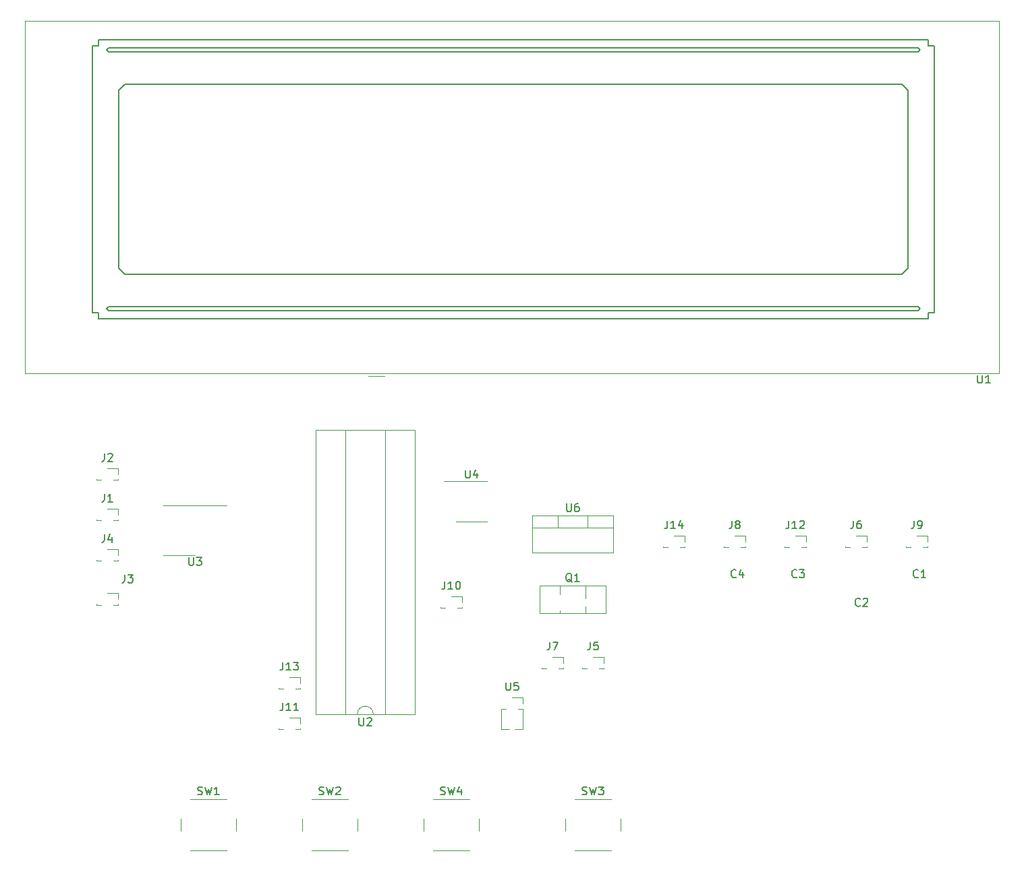
<source format=gbr>
%TF.GenerationSoftware,KiCad,Pcbnew,7.0.1*%
%TF.CreationDate,2023-06-23T23:38:44-03:00*%
%TF.ProjectId,EA075_Projeto_Final,45413037-355f-4507-926f-6a65746f5f46,rev?*%
%TF.SameCoordinates,Original*%
%TF.FileFunction,Legend,Top*%
%TF.FilePolarity,Positive*%
%FSLAX46Y46*%
G04 Gerber Fmt 4.6, Leading zero omitted, Abs format (unit mm)*
G04 Created by KiCad (PCBNEW 7.0.1) date 2023-06-23 23:38:44*
%MOMM*%
%LPD*%
G01*
G04 APERTURE LIST*
%ADD10C,0.150000*%
%ADD11C,0.120000*%
G04 APERTURE END LIST*
D10*
%TO.C,Q1*%
X198024761Y-91417857D02*
X197929523Y-91370238D01*
X197929523Y-91370238D02*
X197834285Y-91275000D01*
X197834285Y-91275000D02*
X197691428Y-91132142D01*
X197691428Y-91132142D02*
X197596190Y-91084523D01*
X197596190Y-91084523D02*
X197500952Y-91084523D01*
X197548571Y-91322619D02*
X197453333Y-91275000D01*
X197453333Y-91275000D02*
X197358095Y-91179761D01*
X197358095Y-91179761D02*
X197310476Y-90989285D01*
X197310476Y-90989285D02*
X197310476Y-90655952D01*
X197310476Y-90655952D02*
X197358095Y-90465476D01*
X197358095Y-90465476D02*
X197453333Y-90370238D01*
X197453333Y-90370238D02*
X197548571Y-90322619D01*
X197548571Y-90322619D02*
X197739047Y-90322619D01*
X197739047Y-90322619D02*
X197834285Y-90370238D01*
X197834285Y-90370238D02*
X197929523Y-90465476D01*
X197929523Y-90465476D02*
X197977142Y-90655952D01*
X197977142Y-90655952D02*
X197977142Y-90989285D01*
X197977142Y-90989285D02*
X197929523Y-91179761D01*
X197929523Y-91179761D02*
X197834285Y-91275000D01*
X197834285Y-91275000D02*
X197739047Y-91322619D01*
X197739047Y-91322619D02*
X197548571Y-91322619D01*
X198929523Y-91322619D02*
X198358095Y-91322619D01*
X198643809Y-91322619D02*
X198643809Y-90322619D01*
X198643809Y-90322619D02*
X198548571Y-90465476D01*
X198548571Y-90465476D02*
X198453333Y-90560714D01*
X198453333Y-90560714D02*
X198358095Y-90608333D01*
%TO.C,J1*%
X139366666Y-80317619D02*
X139366666Y-81031904D01*
X139366666Y-81031904D02*
X139319047Y-81174761D01*
X139319047Y-81174761D02*
X139223809Y-81270000D01*
X139223809Y-81270000D02*
X139080952Y-81317619D01*
X139080952Y-81317619D02*
X138985714Y-81317619D01*
X140366666Y-81317619D02*
X139795238Y-81317619D01*
X140080952Y-81317619D02*
X140080952Y-80317619D01*
X140080952Y-80317619D02*
X139985714Y-80460476D01*
X139985714Y-80460476D02*
X139890476Y-80555714D01*
X139890476Y-80555714D02*
X139795238Y-80603333D01*
%TO.C,SW1*%
X151066667Y-118085000D02*
X151209524Y-118132619D01*
X151209524Y-118132619D02*
X151447619Y-118132619D01*
X151447619Y-118132619D02*
X151542857Y-118085000D01*
X151542857Y-118085000D02*
X151590476Y-118037380D01*
X151590476Y-118037380D02*
X151638095Y-117942142D01*
X151638095Y-117942142D02*
X151638095Y-117846904D01*
X151638095Y-117846904D02*
X151590476Y-117751666D01*
X151590476Y-117751666D02*
X151542857Y-117704047D01*
X151542857Y-117704047D02*
X151447619Y-117656428D01*
X151447619Y-117656428D02*
X151257143Y-117608809D01*
X151257143Y-117608809D02*
X151161905Y-117561190D01*
X151161905Y-117561190D02*
X151114286Y-117513571D01*
X151114286Y-117513571D02*
X151066667Y-117418333D01*
X151066667Y-117418333D02*
X151066667Y-117323095D01*
X151066667Y-117323095D02*
X151114286Y-117227857D01*
X151114286Y-117227857D02*
X151161905Y-117180238D01*
X151161905Y-117180238D02*
X151257143Y-117132619D01*
X151257143Y-117132619D02*
X151495238Y-117132619D01*
X151495238Y-117132619D02*
X151638095Y-117180238D01*
X151971429Y-117132619D02*
X152209524Y-118132619D01*
X152209524Y-118132619D02*
X152400000Y-117418333D01*
X152400000Y-117418333D02*
X152590476Y-118132619D01*
X152590476Y-118132619D02*
X152828572Y-117132619D01*
X153733333Y-118132619D02*
X153161905Y-118132619D01*
X153447619Y-118132619D02*
X153447619Y-117132619D01*
X153447619Y-117132619D02*
X153352381Y-117275476D01*
X153352381Y-117275476D02*
X153257143Y-117370714D01*
X153257143Y-117370714D02*
X153161905Y-117418333D01*
%TO.C,SW4*%
X181546667Y-118085000D02*
X181689524Y-118132619D01*
X181689524Y-118132619D02*
X181927619Y-118132619D01*
X181927619Y-118132619D02*
X182022857Y-118085000D01*
X182022857Y-118085000D02*
X182070476Y-118037380D01*
X182070476Y-118037380D02*
X182118095Y-117942142D01*
X182118095Y-117942142D02*
X182118095Y-117846904D01*
X182118095Y-117846904D02*
X182070476Y-117751666D01*
X182070476Y-117751666D02*
X182022857Y-117704047D01*
X182022857Y-117704047D02*
X181927619Y-117656428D01*
X181927619Y-117656428D02*
X181737143Y-117608809D01*
X181737143Y-117608809D02*
X181641905Y-117561190D01*
X181641905Y-117561190D02*
X181594286Y-117513571D01*
X181594286Y-117513571D02*
X181546667Y-117418333D01*
X181546667Y-117418333D02*
X181546667Y-117323095D01*
X181546667Y-117323095D02*
X181594286Y-117227857D01*
X181594286Y-117227857D02*
X181641905Y-117180238D01*
X181641905Y-117180238D02*
X181737143Y-117132619D01*
X181737143Y-117132619D02*
X181975238Y-117132619D01*
X181975238Y-117132619D02*
X182118095Y-117180238D01*
X182451429Y-117132619D02*
X182689524Y-118132619D01*
X182689524Y-118132619D02*
X182880000Y-117418333D01*
X182880000Y-117418333D02*
X183070476Y-118132619D01*
X183070476Y-118132619D02*
X183308572Y-117132619D01*
X184118095Y-117465952D02*
X184118095Y-118132619D01*
X183880000Y-117085000D02*
X183641905Y-117799285D01*
X183641905Y-117799285D02*
X184260952Y-117799285D01*
%TO.C,SW3*%
X199326667Y-118085000D02*
X199469524Y-118132619D01*
X199469524Y-118132619D02*
X199707619Y-118132619D01*
X199707619Y-118132619D02*
X199802857Y-118085000D01*
X199802857Y-118085000D02*
X199850476Y-118037380D01*
X199850476Y-118037380D02*
X199898095Y-117942142D01*
X199898095Y-117942142D02*
X199898095Y-117846904D01*
X199898095Y-117846904D02*
X199850476Y-117751666D01*
X199850476Y-117751666D02*
X199802857Y-117704047D01*
X199802857Y-117704047D02*
X199707619Y-117656428D01*
X199707619Y-117656428D02*
X199517143Y-117608809D01*
X199517143Y-117608809D02*
X199421905Y-117561190D01*
X199421905Y-117561190D02*
X199374286Y-117513571D01*
X199374286Y-117513571D02*
X199326667Y-117418333D01*
X199326667Y-117418333D02*
X199326667Y-117323095D01*
X199326667Y-117323095D02*
X199374286Y-117227857D01*
X199374286Y-117227857D02*
X199421905Y-117180238D01*
X199421905Y-117180238D02*
X199517143Y-117132619D01*
X199517143Y-117132619D02*
X199755238Y-117132619D01*
X199755238Y-117132619D02*
X199898095Y-117180238D01*
X200231429Y-117132619D02*
X200469524Y-118132619D01*
X200469524Y-118132619D02*
X200660000Y-117418333D01*
X200660000Y-117418333D02*
X200850476Y-118132619D01*
X200850476Y-118132619D02*
X201088572Y-117132619D01*
X201374286Y-117132619D02*
X201993333Y-117132619D01*
X201993333Y-117132619D02*
X201660000Y-117513571D01*
X201660000Y-117513571D02*
X201802857Y-117513571D01*
X201802857Y-117513571D02*
X201898095Y-117561190D01*
X201898095Y-117561190D02*
X201945714Y-117608809D01*
X201945714Y-117608809D02*
X201993333Y-117704047D01*
X201993333Y-117704047D02*
X201993333Y-117942142D01*
X201993333Y-117942142D02*
X201945714Y-118037380D01*
X201945714Y-118037380D02*
X201898095Y-118085000D01*
X201898095Y-118085000D02*
X201802857Y-118132619D01*
X201802857Y-118132619D02*
X201517143Y-118132619D01*
X201517143Y-118132619D02*
X201421905Y-118085000D01*
X201421905Y-118085000D02*
X201374286Y-118037380D01*
%TO.C,J3*%
X141906666Y-90477619D02*
X141906666Y-91191904D01*
X141906666Y-91191904D02*
X141859047Y-91334761D01*
X141859047Y-91334761D02*
X141763809Y-91430000D01*
X141763809Y-91430000D02*
X141620952Y-91477619D01*
X141620952Y-91477619D02*
X141525714Y-91477619D01*
X142287619Y-90477619D02*
X142906666Y-90477619D01*
X142906666Y-90477619D02*
X142573333Y-90858571D01*
X142573333Y-90858571D02*
X142716190Y-90858571D01*
X142716190Y-90858571D02*
X142811428Y-90906190D01*
X142811428Y-90906190D02*
X142859047Y-90953809D01*
X142859047Y-90953809D02*
X142906666Y-91049047D01*
X142906666Y-91049047D02*
X142906666Y-91287142D01*
X142906666Y-91287142D02*
X142859047Y-91382380D01*
X142859047Y-91382380D02*
X142811428Y-91430000D01*
X142811428Y-91430000D02*
X142716190Y-91477619D01*
X142716190Y-91477619D02*
X142430476Y-91477619D01*
X142430476Y-91477619D02*
X142335238Y-91430000D01*
X142335238Y-91430000D02*
X142287619Y-91382380D01*
%TO.C,C3*%
X226238333Y-90757380D02*
X226190714Y-90805000D01*
X226190714Y-90805000D02*
X226047857Y-90852619D01*
X226047857Y-90852619D02*
X225952619Y-90852619D01*
X225952619Y-90852619D02*
X225809762Y-90805000D01*
X225809762Y-90805000D02*
X225714524Y-90709761D01*
X225714524Y-90709761D02*
X225666905Y-90614523D01*
X225666905Y-90614523D02*
X225619286Y-90424047D01*
X225619286Y-90424047D02*
X225619286Y-90281190D01*
X225619286Y-90281190D02*
X225666905Y-90090714D01*
X225666905Y-90090714D02*
X225714524Y-89995476D01*
X225714524Y-89995476D02*
X225809762Y-89900238D01*
X225809762Y-89900238D02*
X225952619Y-89852619D01*
X225952619Y-89852619D02*
X226047857Y-89852619D01*
X226047857Y-89852619D02*
X226190714Y-89900238D01*
X226190714Y-89900238D02*
X226238333Y-89947857D01*
X226571667Y-89852619D02*
X227190714Y-89852619D01*
X227190714Y-89852619D02*
X226857381Y-90233571D01*
X226857381Y-90233571D02*
X227000238Y-90233571D01*
X227000238Y-90233571D02*
X227095476Y-90281190D01*
X227095476Y-90281190D02*
X227143095Y-90328809D01*
X227143095Y-90328809D02*
X227190714Y-90424047D01*
X227190714Y-90424047D02*
X227190714Y-90662142D01*
X227190714Y-90662142D02*
X227143095Y-90757380D01*
X227143095Y-90757380D02*
X227095476Y-90805000D01*
X227095476Y-90805000D02*
X227000238Y-90852619D01*
X227000238Y-90852619D02*
X226714524Y-90852619D01*
X226714524Y-90852619D02*
X226619286Y-90805000D01*
X226619286Y-90805000D02*
X226571667Y-90757380D01*
%TO.C,C2*%
X234203333Y-94347380D02*
X234155714Y-94395000D01*
X234155714Y-94395000D02*
X234012857Y-94442619D01*
X234012857Y-94442619D02*
X233917619Y-94442619D01*
X233917619Y-94442619D02*
X233774762Y-94395000D01*
X233774762Y-94395000D02*
X233679524Y-94299761D01*
X233679524Y-94299761D02*
X233631905Y-94204523D01*
X233631905Y-94204523D02*
X233584286Y-94014047D01*
X233584286Y-94014047D02*
X233584286Y-93871190D01*
X233584286Y-93871190D02*
X233631905Y-93680714D01*
X233631905Y-93680714D02*
X233679524Y-93585476D01*
X233679524Y-93585476D02*
X233774762Y-93490238D01*
X233774762Y-93490238D02*
X233917619Y-93442619D01*
X233917619Y-93442619D02*
X234012857Y-93442619D01*
X234012857Y-93442619D02*
X234155714Y-93490238D01*
X234155714Y-93490238D02*
X234203333Y-93537857D01*
X234584286Y-93537857D02*
X234631905Y-93490238D01*
X234631905Y-93490238D02*
X234727143Y-93442619D01*
X234727143Y-93442619D02*
X234965238Y-93442619D01*
X234965238Y-93442619D02*
X235060476Y-93490238D01*
X235060476Y-93490238D02*
X235108095Y-93537857D01*
X235108095Y-93537857D02*
X235155714Y-93633095D01*
X235155714Y-93633095D02*
X235155714Y-93728333D01*
X235155714Y-93728333D02*
X235108095Y-93871190D01*
X235108095Y-93871190D02*
X234536667Y-94442619D01*
X234536667Y-94442619D02*
X235155714Y-94442619D01*
%TO.C,J6*%
X233346666Y-83687619D02*
X233346666Y-84401904D01*
X233346666Y-84401904D02*
X233299047Y-84544761D01*
X233299047Y-84544761D02*
X233203809Y-84640000D01*
X233203809Y-84640000D02*
X233060952Y-84687619D01*
X233060952Y-84687619D02*
X232965714Y-84687619D01*
X234251428Y-83687619D02*
X234060952Y-83687619D01*
X234060952Y-83687619D02*
X233965714Y-83735238D01*
X233965714Y-83735238D02*
X233918095Y-83782857D01*
X233918095Y-83782857D02*
X233822857Y-83925714D01*
X233822857Y-83925714D02*
X233775238Y-84116190D01*
X233775238Y-84116190D02*
X233775238Y-84497142D01*
X233775238Y-84497142D02*
X233822857Y-84592380D01*
X233822857Y-84592380D02*
X233870476Y-84640000D01*
X233870476Y-84640000D02*
X233965714Y-84687619D01*
X233965714Y-84687619D02*
X234156190Y-84687619D01*
X234156190Y-84687619D02*
X234251428Y-84640000D01*
X234251428Y-84640000D02*
X234299047Y-84592380D01*
X234299047Y-84592380D02*
X234346666Y-84497142D01*
X234346666Y-84497142D02*
X234346666Y-84259047D01*
X234346666Y-84259047D02*
X234299047Y-84163809D01*
X234299047Y-84163809D02*
X234251428Y-84116190D01*
X234251428Y-84116190D02*
X234156190Y-84068571D01*
X234156190Y-84068571D02*
X233965714Y-84068571D01*
X233965714Y-84068571D02*
X233870476Y-84116190D01*
X233870476Y-84116190D02*
X233822857Y-84163809D01*
X233822857Y-84163809D02*
X233775238Y-84259047D01*
%TO.C,J2*%
X139366666Y-75237619D02*
X139366666Y-75951904D01*
X139366666Y-75951904D02*
X139319047Y-76094761D01*
X139319047Y-76094761D02*
X139223809Y-76190000D01*
X139223809Y-76190000D02*
X139080952Y-76237619D01*
X139080952Y-76237619D02*
X138985714Y-76237619D01*
X139795238Y-75332857D02*
X139842857Y-75285238D01*
X139842857Y-75285238D02*
X139938095Y-75237619D01*
X139938095Y-75237619D02*
X140176190Y-75237619D01*
X140176190Y-75237619D02*
X140271428Y-75285238D01*
X140271428Y-75285238D02*
X140319047Y-75332857D01*
X140319047Y-75332857D02*
X140366666Y-75428095D01*
X140366666Y-75428095D02*
X140366666Y-75523333D01*
X140366666Y-75523333D02*
X140319047Y-75666190D01*
X140319047Y-75666190D02*
X139747619Y-76237619D01*
X139747619Y-76237619D02*
X140366666Y-76237619D01*
%TO.C,J12*%
X225250476Y-83687619D02*
X225250476Y-84401904D01*
X225250476Y-84401904D02*
X225202857Y-84544761D01*
X225202857Y-84544761D02*
X225107619Y-84640000D01*
X225107619Y-84640000D02*
X224964762Y-84687619D01*
X224964762Y-84687619D02*
X224869524Y-84687619D01*
X226250476Y-84687619D02*
X225679048Y-84687619D01*
X225964762Y-84687619D02*
X225964762Y-83687619D01*
X225964762Y-83687619D02*
X225869524Y-83830476D01*
X225869524Y-83830476D02*
X225774286Y-83925714D01*
X225774286Y-83925714D02*
X225679048Y-83973333D01*
X226631429Y-83782857D02*
X226679048Y-83735238D01*
X226679048Y-83735238D02*
X226774286Y-83687619D01*
X226774286Y-83687619D02*
X227012381Y-83687619D01*
X227012381Y-83687619D02*
X227107619Y-83735238D01*
X227107619Y-83735238D02*
X227155238Y-83782857D01*
X227155238Y-83782857D02*
X227202857Y-83878095D01*
X227202857Y-83878095D02*
X227202857Y-83973333D01*
X227202857Y-83973333D02*
X227155238Y-84116190D01*
X227155238Y-84116190D02*
X226583810Y-84687619D01*
X226583810Y-84687619D02*
X227202857Y-84687619D01*
%TO.C,J8*%
X218106666Y-83687619D02*
X218106666Y-84401904D01*
X218106666Y-84401904D02*
X218059047Y-84544761D01*
X218059047Y-84544761D02*
X217963809Y-84640000D01*
X217963809Y-84640000D02*
X217820952Y-84687619D01*
X217820952Y-84687619D02*
X217725714Y-84687619D01*
X218725714Y-84116190D02*
X218630476Y-84068571D01*
X218630476Y-84068571D02*
X218582857Y-84020952D01*
X218582857Y-84020952D02*
X218535238Y-83925714D01*
X218535238Y-83925714D02*
X218535238Y-83878095D01*
X218535238Y-83878095D02*
X218582857Y-83782857D01*
X218582857Y-83782857D02*
X218630476Y-83735238D01*
X218630476Y-83735238D02*
X218725714Y-83687619D01*
X218725714Y-83687619D02*
X218916190Y-83687619D01*
X218916190Y-83687619D02*
X219011428Y-83735238D01*
X219011428Y-83735238D02*
X219059047Y-83782857D01*
X219059047Y-83782857D02*
X219106666Y-83878095D01*
X219106666Y-83878095D02*
X219106666Y-83925714D01*
X219106666Y-83925714D02*
X219059047Y-84020952D01*
X219059047Y-84020952D02*
X219011428Y-84068571D01*
X219011428Y-84068571D02*
X218916190Y-84116190D01*
X218916190Y-84116190D02*
X218725714Y-84116190D01*
X218725714Y-84116190D02*
X218630476Y-84163809D01*
X218630476Y-84163809D02*
X218582857Y-84211428D01*
X218582857Y-84211428D02*
X218535238Y-84306666D01*
X218535238Y-84306666D02*
X218535238Y-84497142D01*
X218535238Y-84497142D02*
X218582857Y-84592380D01*
X218582857Y-84592380D02*
X218630476Y-84640000D01*
X218630476Y-84640000D02*
X218725714Y-84687619D01*
X218725714Y-84687619D02*
X218916190Y-84687619D01*
X218916190Y-84687619D02*
X219011428Y-84640000D01*
X219011428Y-84640000D02*
X219059047Y-84592380D01*
X219059047Y-84592380D02*
X219106666Y-84497142D01*
X219106666Y-84497142D02*
X219106666Y-84306666D01*
X219106666Y-84306666D02*
X219059047Y-84211428D01*
X219059047Y-84211428D02*
X219011428Y-84163809D01*
X219011428Y-84163809D02*
X218916190Y-84116190D01*
%TO.C,J5*%
X200326666Y-98927619D02*
X200326666Y-99641904D01*
X200326666Y-99641904D02*
X200279047Y-99784761D01*
X200279047Y-99784761D02*
X200183809Y-99880000D01*
X200183809Y-99880000D02*
X200040952Y-99927619D01*
X200040952Y-99927619D02*
X199945714Y-99927619D01*
X201279047Y-98927619D02*
X200802857Y-98927619D01*
X200802857Y-98927619D02*
X200755238Y-99403809D01*
X200755238Y-99403809D02*
X200802857Y-99356190D01*
X200802857Y-99356190D02*
X200898095Y-99308571D01*
X200898095Y-99308571D02*
X201136190Y-99308571D01*
X201136190Y-99308571D02*
X201231428Y-99356190D01*
X201231428Y-99356190D02*
X201279047Y-99403809D01*
X201279047Y-99403809D02*
X201326666Y-99499047D01*
X201326666Y-99499047D02*
X201326666Y-99737142D01*
X201326666Y-99737142D02*
X201279047Y-99832380D01*
X201279047Y-99832380D02*
X201231428Y-99880000D01*
X201231428Y-99880000D02*
X201136190Y-99927619D01*
X201136190Y-99927619D02*
X200898095Y-99927619D01*
X200898095Y-99927619D02*
X200802857Y-99880000D01*
X200802857Y-99880000D02*
X200755238Y-99832380D01*
%TO.C,C1*%
X241478333Y-90757380D02*
X241430714Y-90805000D01*
X241430714Y-90805000D02*
X241287857Y-90852619D01*
X241287857Y-90852619D02*
X241192619Y-90852619D01*
X241192619Y-90852619D02*
X241049762Y-90805000D01*
X241049762Y-90805000D02*
X240954524Y-90709761D01*
X240954524Y-90709761D02*
X240906905Y-90614523D01*
X240906905Y-90614523D02*
X240859286Y-90424047D01*
X240859286Y-90424047D02*
X240859286Y-90281190D01*
X240859286Y-90281190D02*
X240906905Y-90090714D01*
X240906905Y-90090714D02*
X240954524Y-89995476D01*
X240954524Y-89995476D02*
X241049762Y-89900238D01*
X241049762Y-89900238D02*
X241192619Y-89852619D01*
X241192619Y-89852619D02*
X241287857Y-89852619D01*
X241287857Y-89852619D02*
X241430714Y-89900238D01*
X241430714Y-89900238D02*
X241478333Y-89947857D01*
X242430714Y-90852619D02*
X241859286Y-90852619D01*
X242145000Y-90852619D02*
X242145000Y-89852619D01*
X242145000Y-89852619D02*
X242049762Y-89995476D01*
X242049762Y-89995476D02*
X241954524Y-90090714D01*
X241954524Y-90090714D02*
X241859286Y-90138333D01*
%TO.C,J13*%
X161750476Y-101467619D02*
X161750476Y-102181904D01*
X161750476Y-102181904D02*
X161702857Y-102324761D01*
X161702857Y-102324761D02*
X161607619Y-102420000D01*
X161607619Y-102420000D02*
X161464762Y-102467619D01*
X161464762Y-102467619D02*
X161369524Y-102467619D01*
X162750476Y-102467619D02*
X162179048Y-102467619D01*
X162464762Y-102467619D02*
X162464762Y-101467619D01*
X162464762Y-101467619D02*
X162369524Y-101610476D01*
X162369524Y-101610476D02*
X162274286Y-101705714D01*
X162274286Y-101705714D02*
X162179048Y-101753333D01*
X163083810Y-101467619D02*
X163702857Y-101467619D01*
X163702857Y-101467619D02*
X163369524Y-101848571D01*
X163369524Y-101848571D02*
X163512381Y-101848571D01*
X163512381Y-101848571D02*
X163607619Y-101896190D01*
X163607619Y-101896190D02*
X163655238Y-101943809D01*
X163655238Y-101943809D02*
X163702857Y-102039047D01*
X163702857Y-102039047D02*
X163702857Y-102277142D01*
X163702857Y-102277142D02*
X163655238Y-102372380D01*
X163655238Y-102372380D02*
X163607619Y-102420000D01*
X163607619Y-102420000D02*
X163512381Y-102467619D01*
X163512381Y-102467619D02*
X163226667Y-102467619D01*
X163226667Y-102467619D02*
X163131429Y-102420000D01*
X163131429Y-102420000D02*
X163083810Y-102372380D01*
%TO.C,J4*%
X139366666Y-85397619D02*
X139366666Y-86111904D01*
X139366666Y-86111904D02*
X139319047Y-86254761D01*
X139319047Y-86254761D02*
X139223809Y-86350000D01*
X139223809Y-86350000D02*
X139080952Y-86397619D01*
X139080952Y-86397619D02*
X138985714Y-86397619D01*
X140271428Y-85730952D02*
X140271428Y-86397619D01*
X140033333Y-85350000D02*
X139795238Y-86064285D01*
X139795238Y-86064285D02*
X140414285Y-86064285D01*
%TO.C,SW2*%
X166306667Y-118085000D02*
X166449524Y-118132619D01*
X166449524Y-118132619D02*
X166687619Y-118132619D01*
X166687619Y-118132619D02*
X166782857Y-118085000D01*
X166782857Y-118085000D02*
X166830476Y-118037380D01*
X166830476Y-118037380D02*
X166878095Y-117942142D01*
X166878095Y-117942142D02*
X166878095Y-117846904D01*
X166878095Y-117846904D02*
X166830476Y-117751666D01*
X166830476Y-117751666D02*
X166782857Y-117704047D01*
X166782857Y-117704047D02*
X166687619Y-117656428D01*
X166687619Y-117656428D02*
X166497143Y-117608809D01*
X166497143Y-117608809D02*
X166401905Y-117561190D01*
X166401905Y-117561190D02*
X166354286Y-117513571D01*
X166354286Y-117513571D02*
X166306667Y-117418333D01*
X166306667Y-117418333D02*
X166306667Y-117323095D01*
X166306667Y-117323095D02*
X166354286Y-117227857D01*
X166354286Y-117227857D02*
X166401905Y-117180238D01*
X166401905Y-117180238D02*
X166497143Y-117132619D01*
X166497143Y-117132619D02*
X166735238Y-117132619D01*
X166735238Y-117132619D02*
X166878095Y-117180238D01*
X167211429Y-117132619D02*
X167449524Y-118132619D01*
X167449524Y-118132619D02*
X167640000Y-117418333D01*
X167640000Y-117418333D02*
X167830476Y-118132619D01*
X167830476Y-118132619D02*
X168068572Y-117132619D01*
X168401905Y-117227857D02*
X168449524Y-117180238D01*
X168449524Y-117180238D02*
X168544762Y-117132619D01*
X168544762Y-117132619D02*
X168782857Y-117132619D01*
X168782857Y-117132619D02*
X168878095Y-117180238D01*
X168878095Y-117180238D02*
X168925714Y-117227857D01*
X168925714Y-117227857D02*
X168973333Y-117323095D01*
X168973333Y-117323095D02*
X168973333Y-117418333D01*
X168973333Y-117418333D02*
X168925714Y-117561190D01*
X168925714Y-117561190D02*
X168354286Y-118132619D01*
X168354286Y-118132619D02*
X168973333Y-118132619D01*
%TO.C,J9*%
X240966666Y-83687619D02*
X240966666Y-84401904D01*
X240966666Y-84401904D02*
X240919047Y-84544761D01*
X240919047Y-84544761D02*
X240823809Y-84640000D01*
X240823809Y-84640000D02*
X240680952Y-84687619D01*
X240680952Y-84687619D02*
X240585714Y-84687619D01*
X241490476Y-84687619D02*
X241680952Y-84687619D01*
X241680952Y-84687619D02*
X241776190Y-84640000D01*
X241776190Y-84640000D02*
X241823809Y-84592380D01*
X241823809Y-84592380D02*
X241919047Y-84449523D01*
X241919047Y-84449523D02*
X241966666Y-84259047D01*
X241966666Y-84259047D02*
X241966666Y-83878095D01*
X241966666Y-83878095D02*
X241919047Y-83782857D01*
X241919047Y-83782857D02*
X241871428Y-83735238D01*
X241871428Y-83735238D02*
X241776190Y-83687619D01*
X241776190Y-83687619D02*
X241585714Y-83687619D01*
X241585714Y-83687619D02*
X241490476Y-83735238D01*
X241490476Y-83735238D02*
X241442857Y-83782857D01*
X241442857Y-83782857D02*
X241395238Y-83878095D01*
X241395238Y-83878095D02*
X241395238Y-84116190D01*
X241395238Y-84116190D02*
X241442857Y-84211428D01*
X241442857Y-84211428D02*
X241490476Y-84259047D01*
X241490476Y-84259047D02*
X241585714Y-84306666D01*
X241585714Y-84306666D02*
X241776190Y-84306666D01*
X241776190Y-84306666D02*
X241871428Y-84259047D01*
X241871428Y-84259047D02*
X241919047Y-84211428D01*
X241919047Y-84211428D02*
X241966666Y-84116190D01*
%TO.C,J14*%
X210010476Y-83687619D02*
X210010476Y-84401904D01*
X210010476Y-84401904D02*
X209962857Y-84544761D01*
X209962857Y-84544761D02*
X209867619Y-84640000D01*
X209867619Y-84640000D02*
X209724762Y-84687619D01*
X209724762Y-84687619D02*
X209629524Y-84687619D01*
X211010476Y-84687619D02*
X210439048Y-84687619D01*
X210724762Y-84687619D02*
X210724762Y-83687619D01*
X210724762Y-83687619D02*
X210629524Y-83830476D01*
X210629524Y-83830476D02*
X210534286Y-83925714D01*
X210534286Y-83925714D02*
X210439048Y-83973333D01*
X211867619Y-84020952D02*
X211867619Y-84687619D01*
X211629524Y-83640000D02*
X211391429Y-84354285D01*
X211391429Y-84354285D02*
X212010476Y-84354285D01*
%TO.C,J7*%
X195246666Y-98927619D02*
X195246666Y-99641904D01*
X195246666Y-99641904D02*
X195199047Y-99784761D01*
X195199047Y-99784761D02*
X195103809Y-99880000D01*
X195103809Y-99880000D02*
X194960952Y-99927619D01*
X194960952Y-99927619D02*
X194865714Y-99927619D01*
X195627619Y-98927619D02*
X196294285Y-98927619D01*
X196294285Y-98927619D02*
X195865714Y-99927619D01*
%TO.C,U5*%
X189738095Y-104007619D02*
X189738095Y-104817142D01*
X189738095Y-104817142D02*
X189785714Y-104912380D01*
X189785714Y-104912380D02*
X189833333Y-104960000D01*
X189833333Y-104960000D02*
X189928571Y-105007619D01*
X189928571Y-105007619D02*
X190119047Y-105007619D01*
X190119047Y-105007619D02*
X190214285Y-104960000D01*
X190214285Y-104960000D02*
X190261904Y-104912380D01*
X190261904Y-104912380D02*
X190309523Y-104817142D01*
X190309523Y-104817142D02*
X190309523Y-104007619D01*
X191261904Y-104007619D02*
X190785714Y-104007619D01*
X190785714Y-104007619D02*
X190738095Y-104483809D01*
X190738095Y-104483809D02*
X190785714Y-104436190D01*
X190785714Y-104436190D02*
X190880952Y-104388571D01*
X190880952Y-104388571D02*
X191119047Y-104388571D01*
X191119047Y-104388571D02*
X191214285Y-104436190D01*
X191214285Y-104436190D02*
X191261904Y-104483809D01*
X191261904Y-104483809D02*
X191309523Y-104579047D01*
X191309523Y-104579047D02*
X191309523Y-104817142D01*
X191309523Y-104817142D02*
X191261904Y-104912380D01*
X191261904Y-104912380D02*
X191214285Y-104960000D01*
X191214285Y-104960000D02*
X191119047Y-105007619D01*
X191119047Y-105007619D02*
X190880952Y-105007619D01*
X190880952Y-105007619D02*
X190785714Y-104960000D01*
X190785714Y-104960000D02*
X190738095Y-104912380D01*
%TO.C,J10*%
X182070476Y-91307619D02*
X182070476Y-92021904D01*
X182070476Y-92021904D02*
X182022857Y-92164761D01*
X182022857Y-92164761D02*
X181927619Y-92260000D01*
X181927619Y-92260000D02*
X181784762Y-92307619D01*
X181784762Y-92307619D02*
X181689524Y-92307619D01*
X183070476Y-92307619D02*
X182499048Y-92307619D01*
X182784762Y-92307619D02*
X182784762Y-91307619D01*
X182784762Y-91307619D02*
X182689524Y-91450476D01*
X182689524Y-91450476D02*
X182594286Y-91545714D01*
X182594286Y-91545714D02*
X182499048Y-91593333D01*
X183689524Y-91307619D02*
X183784762Y-91307619D01*
X183784762Y-91307619D02*
X183880000Y-91355238D01*
X183880000Y-91355238D02*
X183927619Y-91402857D01*
X183927619Y-91402857D02*
X183975238Y-91498095D01*
X183975238Y-91498095D02*
X184022857Y-91688571D01*
X184022857Y-91688571D02*
X184022857Y-91926666D01*
X184022857Y-91926666D02*
X183975238Y-92117142D01*
X183975238Y-92117142D02*
X183927619Y-92212380D01*
X183927619Y-92212380D02*
X183880000Y-92260000D01*
X183880000Y-92260000D02*
X183784762Y-92307619D01*
X183784762Y-92307619D02*
X183689524Y-92307619D01*
X183689524Y-92307619D02*
X183594286Y-92260000D01*
X183594286Y-92260000D02*
X183546667Y-92212380D01*
X183546667Y-92212380D02*
X183499048Y-92117142D01*
X183499048Y-92117142D02*
X183451429Y-91926666D01*
X183451429Y-91926666D02*
X183451429Y-91688571D01*
X183451429Y-91688571D02*
X183499048Y-91498095D01*
X183499048Y-91498095D02*
X183546667Y-91402857D01*
X183546667Y-91402857D02*
X183594286Y-91355238D01*
X183594286Y-91355238D02*
X183689524Y-91307619D01*
%TO.C,U6*%
X197358095Y-81552619D02*
X197358095Y-82362142D01*
X197358095Y-82362142D02*
X197405714Y-82457380D01*
X197405714Y-82457380D02*
X197453333Y-82505000D01*
X197453333Y-82505000D02*
X197548571Y-82552619D01*
X197548571Y-82552619D02*
X197739047Y-82552619D01*
X197739047Y-82552619D02*
X197834285Y-82505000D01*
X197834285Y-82505000D02*
X197881904Y-82457380D01*
X197881904Y-82457380D02*
X197929523Y-82362142D01*
X197929523Y-82362142D02*
X197929523Y-81552619D01*
X198834285Y-81552619D02*
X198643809Y-81552619D01*
X198643809Y-81552619D02*
X198548571Y-81600238D01*
X198548571Y-81600238D02*
X198500952Y-81647857D01*
X198500952Y-81647857D02*
X198405714Y-81790714D01*
X198405714Y-81790714D02*
X198358095Y-81981190D01*
X198358095Y-81981190D02*
X198358095Y-82362142D01*
X198358095Y-82362142D02*
X198405714Y-82457380D01*
X198405714Y-82457380D02*
X198453333Y-82505000D01*
X198453333Y-82505000D02*
X198548571Y-82552619D01*
X198548571Y-82552619D02*
X198739047Y-82552619D01*
X198739047Y-82552619D02*
X198834285Y-82505000D01*
X198834285Y-82505000D02*
X198881904Y-82457380D01*
X198881904Y-82457380D02*
X198929523Y-82362142D01*
X198929523Y-82362142D02*
X198929523Y-82124047D01*
X198929523Y-82124047D02*
X198881904Y-82028809D01*
X198881904Y-82028809D02*
X198834285Y-81981190D01*
X198834285Y-81981190D02*
X198739047Y-81933571D01*
X198739047Y-81933571D02*
X198548571Y-81933571D01*
X198548571Y-81933571D02*
X198453333Y-81981190D01*
X198453333Y-81981190D02*
X198405714Y-82028809D01*
X198405714Y-82028809D02*
X198358095Y-82124047D01*
%TO.C,U4*%
X184658095Y-77342619D02*
X184658095Y-78152142D01*
X184658095Y-78152142D02*
X184705714Y-78247380D01*
X184705714Y-78247380D02*
X184753333Y-78295000D01*
X184753333Y-78295000D02*
X184848571Y-78342619D01*
X184848571Y-78342619D02*
X185039047Y-78342619D01*
X185039047Y-78342619D02*
X185134285Y-78295000D01*
X185134285Y-78295000D02*
X185181904Y-78247380D01*
X185181904Y-78247380D02*
X185229523Y-78152142D01*
X185229523Y-78152142D02*
X185229523Y-77342619D01*
X186134285Y-77675952D02*
X186134285Y-78342619D01*
X185896190Y-77295000D02*
X185658095Y-78009285D01*
X185658095Y-78009285D02*
X186277142Y-78009285D01*
%TO.C,U2*%
X171323095Y-108472619D02*
X171323095Y-109282142D01*
X171323095Y-109282142D02*
X171370714Y-109377380D01*
X171370714Y-109377380D02*
X171418333Y-109425000D01*
X171418333Y-109425000D02*
X171513571Y-109472619D01*
X171513571Y-109472619D02*
X171704047Y-109472619D01*
X171704047Y-109472619D02*
X171799285Y-109425000D01*
X171799285Y-109425000D02*
X171846904Y-109377380D01*
X171846904Y-109377380D02*
X171894523Y-109282142D01*
X171894523Y-109282142D02*
X171894523Y-108472619D01*
X172323095Y-108567857D02*
X172370714Y-108520238D01*
X172370714Y-108520238D02*
X172465952Y-108472619D01*
X172465952Y-108472619D02*
X172704047Y-108472619D01*
X172704047Y-108472619D02*
X172799285Y-108520238D01*
X172799285Y-108520238D02*
X172846904Y-108567857D01*
X172846904Y-108567857D02*
X172894523Y-108663095D01*
X172894523Y-108663095D02*
X172894523Y-108758333D01*
X172894523Y-108758333D02*
X172846904Y-108901190D01*
X172846904Y-108901190D02*
X172275476Y-109472619D01*
X172275476Y-109472619D02*
X172894523Y-109472619D01*
%TO.C,J11*%
X161750476Y-106547619D02*
X161750476Y-107261904D01*
X161750476Y-107261904D02*
X161702857Y-107404761D01*
X161702857Y-107404761D02*
X161607619Y-107500000D01*
X161607619Y-107500000D02*
X161464762Y-107547619D01*
X161464762Y-107547619D02*
X161369524Y-107547619D01*
X162750476Y-107547619D02*
X162179048Y-107547619D01*
X162464762Y-107547619D02*
X162464762Y-106547619D01*
X162464762Y-106547619D02*
X162369524Y-106690476D01*
X162369524Y-106690476D02*
X162274286Y-106785714D01*
X162274286Y-106785714D02*
X162179048Y-106833333D01*
X163702857Y-107547619D02*
X163131429Y-107547619D01*
X163417143Y-107547619D02*
X163417143Y-106547619D01*
X163417143Y-106547619D02*
X163321905Y-106690476D01*
X163321905Y-106690476D02*
X163226667Y-106785714D01*
X163226667Y-106785714D02*
X163131429Y-106833333D01*
%TO.C,U3*%
X149948095Y-88307619D02*
X149948095Y-89117142D01*
X149948095Y-89117142D02*
X149995714Y-89212380D01*
X149995714Y-89212380D02*
X150043333Y-89260000D01*
X150043333Y-89260000D02*
X150138571Y-89307619D01*
X150138571Y-89307619D02*
X150329047Y-89307619D01*
X150329047Y-89307619D02*
X150424285Y-89260000D01*
X150424285Y-89260000D02*
X150471904Y-89212380D01*
X150471904Y-89212380D02*
X150519523Y-89117142D01*
X150519523Y-89117142D02*
X150519523Y-88307619D01*
X150900476Y-88307619D02*
X151519523Y-88307619D01*
X151519523Y-88307619D02*
X151186190Y-88688571D01*
X151186190Y-88688571D02*
X151329047Y-88688571D01*
X151329047Y-88688571D02*
X151424285Y-88736190D01*
X151424285Y-88736190D02*
X151471904Y-88783809D01*
X151471904Y-88783809D02*
X151519523Y-88879047D01*
X151519523Y-88879047D02*
X151519523Y-89117142D01*
X151519523Y-89117142D02*
X151471904Y-89212380D01*
X151471904Y-89212380D02*
X151424285Y-89260000D01*
X151424285Y-89260000D02*
X151329047Y-89307619D01*
X151329047Y-89307619D02*
X151043333Y-89307619D01*
X151043333Y-89307619D02*
X150948095Y-89260000D01*
X150948095Y-89260000D02*
X150900476Y-89212380D01*
%TO.C,C4*%
X218618333Y-90757380D02*
X218570714Y-90805000D01*
X218570714Y-90805000D02*
X218427857Y-90852619D01*
X218427857Y-90852619D02*
X218332619Y-90852619D01*
X218332619Y-90852619D02*
X218189762Y-90805000D01*
X218189762Y-90805000D02*
X218094524Y-90709761D01*
X218094524Y-90709761D02*
X218046905Y-90614523D01*
X218046905Y-90614523D02*
X217999286Y-90424047D01*
X217999286Y-90424047D02*
X217999286Y-90281190D01*
X217999286Y-90281190D02*
X218046905Y-90090714D01*
X218046905Y-90090714D02*
X218094524Y-89995476D01*
X218094524Y-89995476D02*
X218189762Y-89900238D01*
X218189762Y-89900238D02*
X218332619Y-89852619D01*
X218332619Y-89852619D02*
X218427857Y-89852619D01*
X218427857Y-89852619D02*
X218570714Y-89900238D01*
X218570714Y-89900238D02*
X218618333Y-89947857D01*
X219475476Y-90185952D02*
X219475476Y-90852619D01*
X219237381Y-89805000D02*
X218999286Y-90519285D01*
X218999286Y-90519285D02*
X219618333Y-90519285D01*
%TO.C,U1*%
X248948095Y-65410119D02*
X248948095Y-66219642D01*
X248948095Y-66219642D02*
X248995714Y-66314880D01*
X248995714Y-66314880D02*
X249043333Y-66362500D01*
X249043333Y-66362500D02*
X249138571Y-66410119D01*
X249138571Y-66410119D02*
X249329047Y-66410119D01*
X249329047Y-66410119D02*
X249424285Y-66362500D01*
X249424285Y-66362500D02*
X249471904Y-66314880D01*
X249471904Y-66314880D02*
X249519523Y-66219642D01*
X249519523Y-66219642D02*
X249519523Y-65410119D01*
X250519523Y-66410119D02*
X249948095Y-66410119D01*
X250233809Y-66410119D02*
X250233809Y-65410119D01*
X250233809Y-65410119D02*
X250138571Y-65552976D01*
X250138571Y-65552976D02*
X250043333Y-65648214D01*
X250043333Y-65648214D02*
X249948095Y-65695833D01*
D11*
%TO.C,Q1*%
X194000000Y-91860000D02*
X194000000Y-95350000D01*
X194000000Y-91860000D02*
X202240000Y-91860000D01*
X194000000Y-95350000D02*
X202240000Y-95350000D01*
X196520000Y-91860000D02*
X196520000Y-92930000D01*
X196520000Y-95030000D02*
X196520000Y-95350000D01*
X199721000Y-91860000D02*
X199721000Y-93440000D01*
X199721000Y-94520000D02*
X199721000Y-95350000D01*
X202240000Y-91860000D02*
X202240000Y-95350000D01*
%TO.C,J1*%
X138370000Y-83565000D02*
X138370000Y-83685000D01*
X138370000Y-83685000D02*
X138940000Y-83685000D01*
X139700000Y-82230000D02*
X141030000Y-82230000D01*
X140460000Y-83685000D02*
X141030000Y-83685000D01*
X141030000Y-82230000D02*
X141030000Y-82990000D01*
X141030000Y-83565000D02*
X141030000Y-83685000D01*
%TO.C,SW1*%
X148900000Y-121170000D02*
X148900000Y-122670000D01*
X150150000Y-125170000D02*
X154650000Y-125170000D01*
X154650000Y-118670000D02*
X150150000Y-118670000D01*
X155900000Y-122670000D02*
X155900000Y-121170000D01*
%TO.C,SW4*%
X179380000Y-121170000D02*
X179380000Y-122670000D01*
X180630000Y-125170000D02*
X185130000Y-125170000D01*
X185130000Y-118670000D02*
X180630000Y-118670000D01*
X186380000Y-122670000D02*
X186380000Y-121170000D01*
%TO.C,SW3*%
X197160000Y-121170000D02*
X197160000Y-122670000D01*
X198410000Y-125170000D02*
X202910000Y-125170000D01*
X202910000Y-118670000D02*
X198410000Y-118670000D01*
X204160000Y-122670000D02*
X204160000Y-121170000D01*
%TO.C,J3*%
X138370000Y-94165000D02*
X138370000Y-94285000D01*
X138370000Y-94285000D02*
X138940000Y-94285000D01*
X139700000Y-92830000D02*
X141030000Y-92830000D01*
X140460000Y-94285000D02*
X141030000Y-94285000D01*
X141030000Y-92830000D02*
X141030000Y-93590000D01*
X141030000Y-94165000D02*
X141030000Y-94285000D01*
%TO.C,J6*%
X232350000Y-86935000D02*
X232350000Y-87055000D01*
X232350000Y-87055000D02*
X232920000Y-87055000D01*
X233680000Y-85600000D02*
X235010000Y-85600000D01*
X234440000Y-87055000D02*
X235010000Y-87055000D01*
X235010000Y-85600000D02*
X235010000Y-86360000D01*
X235010000Y-86935000D02*
X235010000Y-87055000D01*
%TO.C,J2*%
X138370000Y-78485000D02*
X138370000Y-78605000D01*
X138370000Y-78605000D02*
X138940000Y-78605000D01*
X139700000Y-77150000D02*
X141030000Y-77150000D01*
X140460000Y-78605000D02*
X141030000Y-78605000D01*
X141030000Y-77150000D02*
X141030000Y-77910000D01*
X141030000Y-78485000D02*
X141030000Y-78605000D01*
%TO.C,J12*%
X224730000Y-86935000D02*
X224730000Y-87055000D01*
X224730000Y-87055000D02*
X225300000Y-87055000D01*
X226060000Y-85600000D02*
X227390000Y-85600000D01*
X226820000Y-87055000D02*
X227390000Y-87055000D01*
X227390000Y-85600000D02*
X227390000Y-86360000D01*
X227390000Y-86935000D02*
X227390000Y-87055000D01*
%TO.C,J8*%
X217110000Y-86935000D02*
X217110000Y-87055000D01*
X217110000Y-87055000D02*
X217680000Y-87055000D01*
X218440000Y-85600000D02*
X219770000Y-85600000D01*
X219200000Y-87055000D02*
X219770000Y-87055000D01*
X219770000Y-85600000D02*
X219770000Y-86360000D01*
X219770000Y-86935000D02*
X219770000Y-87055000D01*
%TO.C,J5*%
X199330000Y-102175000D02*
X199330000Y-102295000D01*
X199330000Y-102295000D02*
X199900000Y-102295000D01*
X200660000Y-100840000D02*
X201990000Y-100840000D01*
X201420000Y-102295000D02*
X201990000Y-102295000D01*
X201990000Y-100840000D02*
X201990000Y-101600000D01*
X201990000Y-102175000D02*
X201990000Y-102295000D01*
%TO.C,J13*%
X161230000Y-104715000D02*
X161230000Y-104835000D01*
X161230000Y-104835000D02*
X161800000Y-104835000D01*
X162560000Y-103380000D02*
X163890000Y-103380000D01*
X163320000Y-104835000D02*
X163890000Y-104835000D01*
X163890000Y-103380000D02*
X163890000Y-104140000D01*
X163890000Y-104715000D02*
X163890000Y-104835000D01*
%TO.C,J4*%
X138370000Y-88645000D02*
X138370000Y-88765000D01*
X138370000Y-88765000D02*
X138940000Y-88765000D01*
X139700000Y-87310000D02*
X141030000Y-87310000D01*
X140460000Y-88765000D02*
X141030000Y-88765000D01*
X141030000Y-87310000D02*
X141030000Y-88070000D01*
X141030000Y-88645000D02*
X141030000Y-88765000D01*
%TO.C,SW2*%
X164140000Y-121170000D02*
X164140000Y-122670000D01*
X165390000Y-125170000D02*
X169890000Y-125170000D01*
X169890000Y-118670000D02*
X165390000Y-118670000D01*
X171140000Y-122670000D02*
X171140000Y-121170000D01*
%TO.C,J9*%
X239970000Y-86935000D02*
X239970000Y-87055000D01*
X239970000Y-87055000D02*
X240540000Y-87055000D01*
X241300000Y-85600000D02*
X242630000Y-85600000D01*
X242060000Y-87055000D02*
X242630000Y-87055000D01*
X242630000Y-85600000D02*
X242630000Y-86360000D01*
X242630000Y-86935000D02*
X242630000Y-87055000D01*
%TO.C,J14*%
X209490000Y-86935000D02*
X209490000Y-87055000D01*
X209490000Y-87055000D02*
X210060000Y-87055000D01*
X210820000Y-85600000D02*
X212150000Y-85600000D01*
X211580000Y-87055000D02*
X212150000Y-87055000D01*
X212150000Y-85600000D02*
X212150000Y-86360000D01*
X212150000Y-86935000D02*
X212150000Y-87055000D01*
%TO.C,J7*%
X194250000Y-102175000D02*
X194250000Y-102295000D01*
X194250000Y-102295000D02*
X194820000Y-102295000D01*
X195580000Y-100840000D02*
X196910000Y-100840000D01*
X196340000Y-102295000D02*
X196910000Y-102295000D01*
X196910000Y-100840000D02*
X196910000Y-101600000D01*
X196910000Y-102175000D02*
X196910000Y-102295000D01*
%TO.C,U5*%
X189170000Y-107315000D02*
X189170000Y-109915000D01*
X189170000Y-107315000D02*
X189740000Y-107315000D01*
X189170000Y-109915000D02*
X190192470Y-109915000D01*
X190500000Y-105920000D02*
X191830000Y-105920000D01*
X190807530Y-109915000D02*
X191830000Y-109915000D01*
X191260000Y-107315000D02*
X191830000Y-107315000D01*
X191830000Y-105920000D02*
X191830000Y-106680000D01*
X191830000Y-107315000D02*
X191830000Y-109915000D01*
%TO.C,J10*%
X181550000Y-94555000D02*
X181550000Y-94675000D01*
X181550000Y-94675000D02*
X182120000Y-94675000D01*
X182880000Y-93220000D02*
X184210000Y-93220000D01*
X183640000Y-94675000D02*
X184210000Y-94675000D01*
X184210000Y-93220000D02*
X184210000Y-93980000D01*
X184210000Y-94555000D02*
X184210000Y-94675000D01*
%TO.C,U6*%
X193000000Y-83090000D02*
X193000000Y-87731000D01*
X193000000Y-83090000D02*
X203240000Y-83090000D01*
X193000000Y-84600000D02*
X203240000Y-84600000D01*
X193000000Y-87731000D02*
X203240000Y-87731000D01*
X196270000Y-83090000D02*
X196270000Y-84600000D01*
X199971000Y-83090000D02*
X199971000Y-84600000D01*
X203240000Y-83090000D02*
X203240000Y-87731000D01*
%TO.C,U4*%
X185420000Y-78720000D02*
X181970000Y-78720000D01*
X185420000Y-78720000D02*
X187370000Y-78720000D01*
X185420000Y-83840000D02*
X183470000Y-83840000D01*
X185420000Y-83840000D02*
X187370000Y-83840000D01*
%TO.C,U2*%
X178320000Y-108070000D02*
X178320000Y-72270000D01*
X178320000Y-72270000D02*
X165850000Y-72270000D01*
X174620000Y-108010000D02*
X174620000Y-72330000D01*
X174620000Y-72330000D02*
X169550000Y-72330000D01*
X173085000Y-108010000D02*
X174620000Y-108010000D01*
X169550000Y-108010000D02*
X171085000Y-108010000D01*
X169550000Y-72330000D02*
X169550000Y-108010000D01*
X165850000Y-108070000D02*
X178320000Y-108070000D01*
X165850000Y-72270000D02*
X165850000Y-108070000D01*
X173085000Y-108010000D02*
G75*
G03*
X171085000Y-108010000I-1000000J0D01*
G01*
%TO.C,J11*%
X161230000Y-109795000D02*
X161230000Y-109915000D01*
X161230000Y-109915000D02*
X161800000Y-109915000D01*
X162560000Y-108460000D02*
X163890000Y-108460000D01*
X163320000Y-109915000D02*
X163890000Y-109915000D01*
X163890000Y-108460000D02*
X163890000Y-109220000D01*
X163890000Y-109795000D02*
X163890000Y-109915000D01*
%TO.C,U3*%
X154710000Y-81785000D02*
X146710000Y-81785000D01*
X150710000Y-88005000D02*
X146710000Y-88005000D01*
%TO.C,U1*%
X251640000Y-65177500D02*
X251640000Y-20897500D01*
X251640000Y-20897500D02*
X129360000Y-20897500D01*
D10*
X243477000Y-57584500D02*
X243477000Y-24056500D01*
X242715000Y-58346500D02*
X242715000Y-57584500D01*
X242715000Y-57584500D02*
X243477000Y-57584500D01*
X242715000Y-24056500D02*
X243477000Y-24056500D01*
X242715000Y-23294500D02*
X242715000Y-24056500D01*
X242715000Y-23294500D02*
X138575000Y-23294500D01*
X241699000Y-57076500D02*
X241445000Y-56822500D01*
X241699000Y-24564500D02*
X241445000Y-24310500D01*
X241445000Y-57330500D02*
X241699000Y-57076500D01*
X241445000Y-56822500D02*
X139845000Y-56822500D01*
X241445000Y-24818500D02*
X241699000Y-24564500D01*
X241445000Y-24310500D02*
X139845000Y-24310500D01*
X240175000Y-51996500D02*
X239413000Y-52758500D01*
X240175000Y-29644500D02*
X240175000Y-51996500D01*
X239413000Y-52758500D02*
X141877000Y-52758500D01*
X239413000Y-28882500D02*
X240175000Y-29644500D01*
D11*
X174500000Y-65537500D02*
X172500000Y-65537500D01*
D10*
X141877000Y-52758500D02*
X141115000Y-51996500D01*
X141877000Y-28882500D02*
X239413000Y-28882500D01*
X141115000Y-51996500D02*
X141115000Y-29644500D01*
X141115000Y-29644500D02*
X141877000Y-28882500D01*
X139845000Y-57330500D02*
X241445000Y-57330500D01*
X139845000Y-57330500D02*
X139591000Y-57076500D01*
X139845000Y-24818500D02*
X241445000Y-24818500D01*
X139845000Y-24310500D02*
X139591000Y-24564500D01*
X139591000Y-57076500D02*
X139845000Y-56822500D01*
X139591000Y-24564500D02*
X139845000Y-24818500D01*
X138575000Y-58346500D02*
X242715000Y-58346500D01*
X138575000Y-58346500D02*
X138575000Y-57584500D01*
X138575000Y-57584500D02*
X137813000Y-57584500D01*
X138575000Y-24056500D02*
X138575000Y-23294500D01*
X137813000Y-24056500D02*
X138575000Y-24056500D01*
X137813000Y-24056500D02*
X137813000Y-57584500D01*
D11*
X129360000Y-65177500D02*
X251640000Y-65177500D01*
X129360000Y-65177500D02*
X129360000Y-20897500D01*
%TD*%
M02*

</source>
